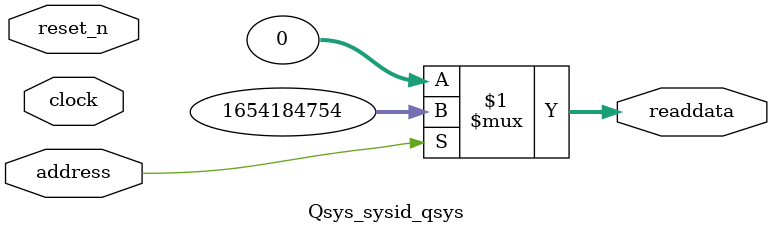
<source format=v>



// synthesis translate_off
`timescale 1ns / 1ps
// synthesis translate_on

// turn off superfluous verilog processor warnings 
// altera message_level Level1 
// altera message_off 10034 10035 10036 10037 10230 10240 10030 

module Qsys_sysid_qsys (
               // inputs:
                address,
                clock,
                reset_n,

               // outputs:
                readdata
             )
;

  output  [ 31: 0] readdata;
  input            address;
  input            clock;
  input            reset_n;

  wire    [ 31: 0] readdata;
  //control_slave, which is an e_avalon_slave
  assign readdata = address ? 1654184754 : 0;

endmodule



</source>
